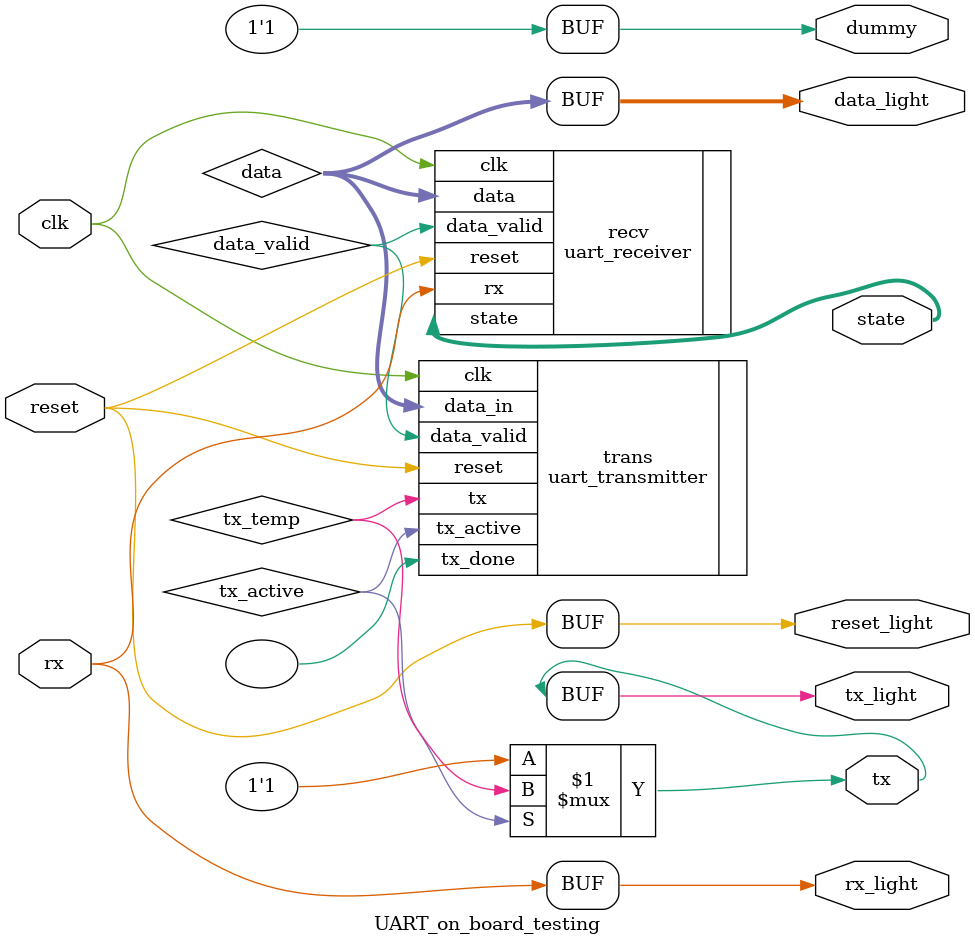
<source format=v>
`timescale 1ns / 1ps


module UART_on_board_testing(
    input wire clk, 
    input wire reset,
    input wire rx,
    
    output wire tx,
//    output wire tx_active,
//    output wire tx_done,
    
    output wire dummy,
    output wire reset_light,
    output wire rx_light,
    output wire tx_light,
    output wire [7:0] data_light,
    output wire [1:0] state
    );
    wire [7:0] data;
    wire data_valid;
    
   // localparam BAUD_VAL = 10417; // matching the 9600 baud rate
    localparam BAUD_VAL = 87; // maching the 1152000 baud rate 
    
    
    assign dummy = 1'b1;
    assign reset_light = reset;
    assign rx_light = rx;
    assign tx_light = tx;
    assign data_light[7:0] = data [7:0];
    
    
    uart_receiver #(.BAUD_VAL(BAUD_VAL)) recv (
        .clk(clk),
        .reset(reset),
        .rx(rx),
        
        .data(data),
        .data_valid(data_valid),
        .state(state)
    );
    
    wire tx_temp, tx_active;
     uart_transmitter #(.BAUD_VAL(BAUD_VAL)) trans (
        .clk(clk),
        .data_valid(data_valid),
        .reset(reset),
        .data_in(data),
        
        .tx(tx_temp),
        .tx_active(tx_active),
        .tx_done()
    );
    
    
    assign tx = tx_active ? tx_temp : 1'b1;
    
endmodule

</source>
